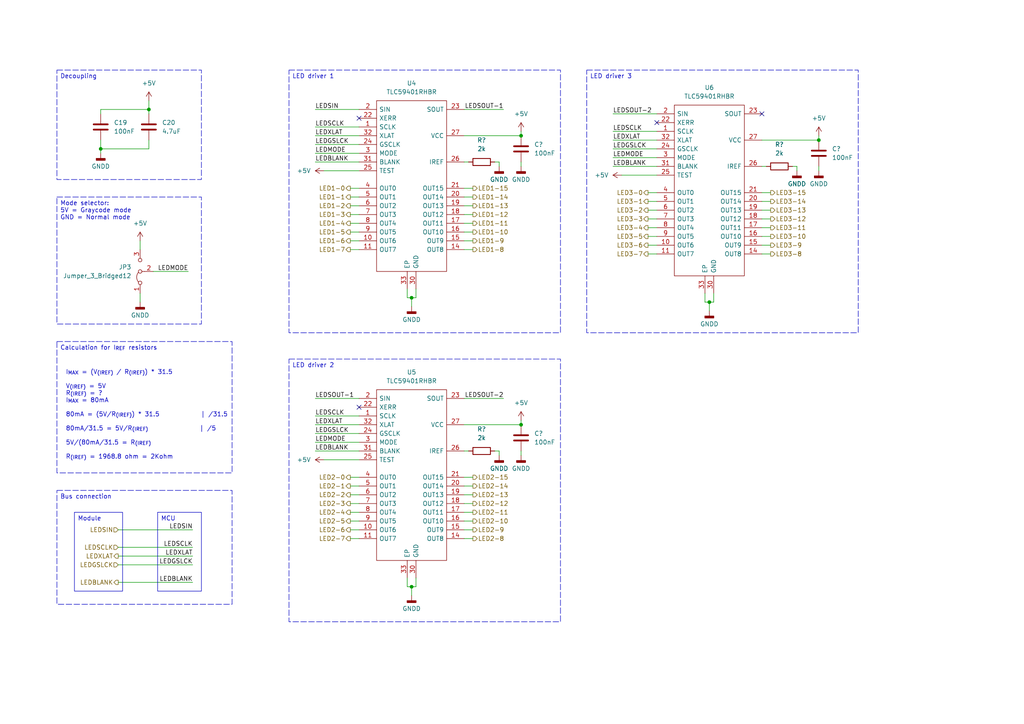
<source format=kicad_sch>
(kicad_sch (version 20230121) (generator eeschema)
  (paper "A4")
  (title_block (title "Led driver board BabySim") (date "06-09-2023") (rev "V1.0") (company "Health Concept Lab") (comment 1 "Author(s): Emiel Visser & Joris Bol"))
  (lib_symbols
    (symbol "Device:C" (pin_numbers hide) (pin_names (offset 0.254))
      (property "Reference" "C" (at 0.635 2.54 0))
      (property "Value" "C" (at 0.635 -2.54 0))
      (symbol "C_0_1"
        (polyline (pts (xy -2.032 -0.762) (xy 2.032 -0.762)) (stroke (width 0.508)))
        (polyline (pts (xy -2.032 0.762) (xy 2.032 0.762)) (stroke (width 0.508)))
      )
      (symbol "C_1_1"
        (pin passive line (at 0 3.81 270) (length 2.794) (name "~") (number "1"))
        (pin passive line (at 0 -3.81 90) (length 2.794) (name "~") (number "2"))
      )
    )
    (symbol "Device:R" (pin_numbers hide) (pin_names (offset 0))
      (property "Reference" "R" (at 2.032 0 90))
      (property "Value" "R" (at 0 0 90))
      (symbol "R_0_1"
        (rectangle (start -1.016 -2.54) (end 1.016 2.54) (stroke (width 0.254)))
      )
      (symbol "R_1_1"
        (pin passive line (at 0 3.81 270) (length 1.27) (name "~") (number "1"))
        (pin passive line (at 0 -3.81 90) (length 1.27) (name "~") (number "2"))
      )
    )
    (symbol "Jumper:Jumper_3_Bridged12" (pin_names (offset 0) hide)
      (property "Reference" "JP" (at -2.54 -2.54 0))
      (property "Value" "Jumper_3_Bridged12" (at 0 2.794 0))
      (symbol "Jumper_3_Bridged12_0_0"
        (circle (center -3.302 0) (radius 0.508))
        (circle (center 0 0) (radius 0.508))
        (circle (center 3.302 0) (radius 0.508))
      )
      (symbol "Jumper_3_Bridged12_0_1"
        (arc (start -0.254 0.508) (mid -1.651 0.9912) (end -3.048 0.508))
        (polyline (pts (xy 0 -1.27) (xy 0 -0.508)))
      )
      (symbol "Jumper_3_Bridged12_1_1"
        (pin passive line (at -6.35 0 0) (length 2.54) (name "A") (number "1"))
        (pin passive line (at 0 -3.81 90) (length 2.54) (name "C") (number "2"))
        (pin passive line (at 6.35 0 180) (length 2.54) (name "B") (number "3"))
      )
    )
    (symbol "SamacSys_Parts:TLC59401RHBR" (pin_names (offset 0.762))
      (property "Reference" "U5" (at 15.24 17.78 0))
      (property "Value" "TLC59401RHBR" (at 15.24 15.24 0))
      (symbol "TLC59401RHBR_0_0"
        (pin passive line (at 0 5.08 0) (length 5.08) (name "SCLK") (number "1"))
        (pin passive line (at 0 -27.94 0) (length 5.08) (name "OUT6") (number "10"))
        (pin passive line (at 0 -30.48 0) (length 5.08) (name "OUT7") (number "11"))
        (pin passive line (at 30.48 -30.48 180) (length 5.08) (name "OUT8") (number "14"))
        (pin passive line (at 30.48 -27.94 180) (length 5.08) (name "OUT9") (number "15"))
        (pin passive line (at 30.48 -25.4 180) (length 5.08) (name "OUT10") (number "16"))
        (pin passive line (at 30.48 -22.86 180) (length 5.08) (name "OUT11") (number "17"))
        (pin passive line (at 30.48 -20.32 180) (length 5.08) (name "OUT12") (number "18"))
        (pin passive line (at 30.48 -17.78 180) (length 5.08) (name "OUT13") (number "19"))
        (pin passive line (at 0 10.16 0) (length 5.08) (name "SIN") (number "2"))
        (pin passive line (at 30.48 -15.24 180) (length 5.08) (name "OUT14") (number "20"))
        (pin passive line (at 30.48 -12.7 180) (length 5.08) (name "OUT15") (number "21"))
        (pin passive line (at 0 7.62 0) (length 5.08) (name "XERR") (number "22"))
        (pin passive line (at 30.48 10.16 180) (length 5.08) (name "SOUT") (number "23"))
        (pin passive line (at 0 0 0) (length 5.08) (name "GSCLK") (number "24"))
        (pin passive line (at 0 -7.62 0) (length 5.08) (name "TEST") (number "25"))
        (pin passive line (at 30.48 -5.08 180) (length 5.08) (name "IREF") (number "26"))
        (pin passive line (at 30.48 2.54 180) (length 5.08) (name "VCC") (number "27"))
        (pin passive line (at 0 -2.54 0) (length 5.08) (name "MODE") (number "3"))
        (pin passive line (at 16.51 -41.91 90) (length 5.08) (name "GND") (number "30"))
        (pin passive line (at 0 -5.08 0) (length 5.08) (name "BLANK") (number "31"))
        (pin passive line (at 0 2.54 0) (length 5.08) (name "XLAT") (number "32"))
        (pin passive line (at 13.97 -41.91 90) (length 5.08) (name "EP") (number "33"))
        (pin passive line (at 0 -12.7 0) (length 5.08) (name "OUT0") (number "4"))
        (pin passive line (at 0 -15.24 0) (length 5.08) (name "OUT1") (number "5"))
        (pin passive line (at 0 -17.78 0) (length 5.08) (name "OUT2") (number "6"))
        (pin passive line (at 0 -20.32 0) (length 5.08) (name "OUT3") (number "7"))
        (pin passive line (at 0 -22.86 0) (length 5.08) (name "OUT4") (number "8"))
        (pin passive line (at 0 -25.4 0) (length 5.08) (name "OUT5") (number "9"))
      )
      (symbol "TLC59401RHBR_0_1"
        (polyline (pts (xy 5.08 12.7) (xy 25.4 12.7) (xy 25.4 -36.83) (xy 5.08 -36.83) (xy 5.08 12.7)) (stroke (width 0.1524)))
      )
      (symbol "TLC59401RHBR_1_0"
        (pin passive line (at 53.34 -22.86 0) (length 5.08) hide (name "NC_1") (number "12"))
        (pin passive line (at 53.34 -20.32 0) (length 5.08) hide (name "NC_2") (number "13"))
        (pin passive line (at 53.34 -17.78 0) (length 5.08) hide (name "NC_3") (number "28"))
        (pin passive line (at 53.34 -15.24 0) (length 5.08) hide (name "NC_4") (number "29"))
      )
    )
    (symbol "power:+5V" (power) (pin_names (offset 0))
      (property "Value" "+5V" (at 0 3.556 0))
      (symbol "+5V_0_1"
        (polyline (pts (xy -0.762 1.27) (xy 0 2.54)))
        (polyline (pts (xy 0 0) (xy 0 2.54)))
        (polyline (pts (xy 0 2.54) (xy 0.762 1.27)))
      )
      (symbol "+5V_1_1"
        (pin power_in line (at 0 0 90) (length 0) hide (name "+5V") (number "1"))
      )
    )
    (symbol "power:GNDD" (power) (pin_names (offset 0))
      (property "Value" "GNDD" (at 0 -3.175 0))
      (symbol "GNDD_0_1"
        (rectangle (start -1.27 -1.524) (end 1.27 -2.032) (stroke (width 0.254)) (fill (type outline)))
        (polyline (pts (xy 0 0) (xy 0 -1.524)))
      )
      (symbol "GNDD_1_1"
        (pin power_in line (at 0 0 270) (length 0) hide (name "GNDD") (number "1"))
      )
    )
  )
  (junction (at 205.74 87.63))
  (junction (at 151.13 123.19))
  (junction (at 151.13 39.37))
  (junction (at 29.21 43.18))
  (junction (at 119.38 86.36))
  (junction (at 119.38 170.18))
  (junction (at 43.18 31.75))
  (junction (at 237.49 40.64))
  (no_connect (at 104.14 118.11))
  (no_connect (at 220.98 33.02))
  (no_connect (at 104.14 34.29))
  (no_connect (at 190.5 35.56))
  (wire (pts (xy 134.62 39.37) (xy 151.13 39.37)))
  (wire (pts (xy 134.62 54.61) (xy 137.16 54.61)))
  (wire (pts (xy 177.8 38.1) (xy 190.5 38.1)))
  (wire (pts (xy 134.62 148.59) (xy 137.16 148.59)))
  (wire (pts (xy 134.62 72.39) (xy 137.16 72.39)))
  (wire (pts (xy 101.6 62.23) (xy 104.14 62.23)))
  (wire (pts (xy 177.8 33.02) (xy 190.5 33.02)))
  (wire (pts (xy 187.96 60.96) (xy 190.5 60.96)))
  (wire (pts (xy 101.6 148.59) (xy 104.14 148.59)))
  (wire (pts (xy 134.62 130.81) (xy 135.89 130.81)))
  (wire (pts (xy 101.6 151.13) (xy 104.14 151.13)))
  (wire (pts (xy 93.98 133.35) (xy 104.14 133.35)))
  (wire (pts (xy 44.45 78.74) (xy 54.61 78.74)))
  (wire (pts (xy 134.62 153.67) (xy 137.16 153.67)))
  (wire (pts (xy 34.29 158.75) (xy 55.88 158.75)))
  (wire (pts (xy 180.34 50.8) (xy 190.5 50.8)))
  (wire (pts (xy 134.62 151.13) (xy 137.16 151.13)))
  (wire (pts (xy 187.96 55.88) (xy 190.5 55.88)))
  (wire (pts (xy 101.6 69.85) (xy 104.14 69.85)))
  (wire (pts (xy 220.98 66.04) (xy 223.52 66.04)))
  (wire (pts (xy 134.62 67.31) (xy 137.16 67.31)))
  (wire (pts (xy 34.29 168.91) (xy 55.88 168.91)))
  (wire (pts (xy 119.38 170.18) (xy 118.11 170.18)))
  (wire (pts (xy 91.44 123.19) (xy 104.14 123.19)))
  (wire (pts (xy 177.8 40.64) (xy 190.5 40.64)))
  (wire (pts (xy 43.18 40.64) (xy 43.18 43.18)))
  (wire (pts (xy 40.64 69.85) (xy 40.64 72.39)))
  (wire (pts (xy 220.98 60.96) (xy 223.52 60.96)))
  (wire (pts (xy 118.11 170.18) (xy 118.11 167.64)))
  (wire (pts (xy 187.96 58.42) (xy 190.5 58.42)))
  (wire (pts (xy 134.62 31.75) (xy 146.05 31.75)))
  (wire (pts (xy 220.98 48.26) (xy 222.25 48.26)))
  (wire (pts (xy 205.74 90.17) (xy 205.74 87.63)))
  (wire (pts (xy 29.21 40.64) (xy 29.21 43.18)))
  (wire (pts (xy 91.44 39.37) (xy 104.14 39.37)))
  (wire (pts (xy 119.38 88.9) (xy 119.38 86.36)))
  (wire (pts (xy 134.62 123.19) (xy 151.13 123.19)))
  (wire (pts (xy 207.01 85.09) (xy 207.01 87.63)))
  (wire (pts (xy 119.38 172.72) (xy 119.38 170.18)))
  (wire (pts (xy 101.6 57.15) (xy 104.14 57.15)))
  (wire (pts (xy 220.98 40.64) (xy 237.49 40.64)))
  (wire (pts (xy 220.98 63.5) (xy 223.52 63.5)))
  (wire (pts (xy 91.44 115.57) (xy 104.14 115.57)))
  (wire (pts (xy 91.44 44.45) (xy 104.14 44.45)))
  (wire (pts (xy 134.62 59.69) (xy 137.16 59.69)))
  (wire (pts (xy 237.49 48.26) (xy 237.49 49.53)))
  (wire (pts (xy 187.96 63.5) (xy 190.5 63.5)))
  (wire (pts (xy 220.98 68.58) (xy 223.52 68.58)))
  (wire (pts (xy 91.44 41.91) (xy 104.14 41.91)))
  (wire (pts (xy 43.18 43.18) (xy 29.21 43.18)))
  (wire (pts (xy 205.74 87.63) (xy 204.47 87.63)))
  (wire (pts (xy 151.13 130.81) (xy 151.13 132.08)))
  (wire (pts (xy 120.65 170.18) (xy 119.38 170.18)))
  (wire (pts (xy 120.65 83.82) (xy 120.65 86.36)))
  (wire (pts (xy 134.62 138.43) (xy 137.16 138.43)))
  (wire (pts (xy 101.6 59.69) (xy 104.14 59.69)))
  (wire (pts (xy 151.13 121.92) (xy 151.13 123.19)))
  (wire (pts (xy 91.44 36.83) (xy 104.14 36.83)))
  (wire (pts (xy 120.65 86.36) (xy 119.38 86.36)))
  (wire (pts (xy 177.8 48.26) (xy 190.5 48.26)))
  (wire (pts (xy 204.47 87.63) (xy 204.47 85.09)))
  (wire (pts (xy 101.6 64.77) (xy 104.14 64.77)))
  (wire (pts (xy 237.49 39.37) (xy 237.49 40.64)))
  (wire (pts (xy 91.44 31.75) (xy 104.14 31.75)))
  (wire (pts (xy 43.18 31.75) (xy 43.18 33.02)))
  (wire (pts (xy 101.6 54.61) (xy 104.14 54.61)))
  (wire (pts (xy 177.8 43.18) (xy 190.5 43.18)))
  (wire (pts (xy 134.62 57.15) (xy 137.16 57.15)))
  (wire (pts (xy 93.98 49.53) (xy 104.14 49.53)))
  (wire (pts (xy 101.6 156.21) (xy 104.14 156.21)))
  (wire (pts (xy 120.65 167.64) (xy 120.65 170.18)))
  (wire (pts (xy 101.6 140.97) (xy 104.14 140.97)))
  (wire (pts (xy 220.98 58.42) (xy 223.52 58.42)))
  (wire (pts (xy 220.98 55.88) (xy 223.52 55.88)))
  (wire (pts (xy 43.18 29.21) (xy 43.18 31.75)))
  (wire (pts (xy 134.62 115.57) (xy 146.05 115.57)))
  (wire (pts (xy 101.6 146.05) (xy 104.14 146.05)))
  (wire (pts (xy 91.44 125.73) (xy 104.14 125.73)))
  (wire (pts (xy 231.14 48.26) (xy 231.14 49.53)))
  (wire (pts (xy 34.29 163.83) (xy 55.88 163.83)))
  (wire (pts (xy 29.21 33.02) (xy 29.21 31.75)))
  (wire (pts (xy 134.62 156.21) (xy 137.16 156.21)))
  (wire (pts (xy 134.62 64.77) (xy 137.16 64.77)))
  (wire (pts (xy 151.13 38.1) (xy 151.13 39.37)))
  (wire (pts (xy 29.21 43.18) (xy 29.21 44.45)))
  (wire (pts (xy 91.44 120.65) (xy 104.14 120.65)))
  (wire (pts (xy 40.64 85.09) (xy 40.64 87.63)))
  (wire (pts (xy 29.21 31.75) (xy 43.18 31.75)))
  (wire (pts (xy 187.96 73.66) (xy 190.5 73.66)))
  (wire (pts (xy 91.44 130.81) (xy 104.14 130.81)))
  (wire (pts (xy 34.29 153.67) (xy 55.88 153.67)))
  (wire (pts (xy 101.6 153.67) (xy 104.14 153.67)))
  (wire (pts (xy 187.96 68.58) (xy 190.5 68.58)))
  (wire (pts (xy 220.98 73.66) (xy 223.52 73.66)))
  (wire (pts (xy 220.98 71.12) (xy 223.52 71.12)))
  (wire (pts (xy 101.6 138.43) (xy 104.14 138.43)))
  (wire (pts (xy 118.11 86.36) (xy 118.11 83.82)))
  (wire (pts (xy 91.44 128.27) (xy 104.14 128.27)))
  (wire (pts (xy 187.96 71.12) (xy 190.5 71.12)))
  (wire (pts (xy 144.78 46.99) (xy 143.51 46.99)))
  (wire (pts (xy 91.44 46.99) (xy 104.14 46.99)))
  (wire (pts (xy 187.96 66.04) (xy 190.5 66.04)))
  (wire (pts (xy 231.14 48.26) (xy 229.87 48.26)))
  (wire (pts (xy 207.01 87.63) (xy 205.74 87.63)))
  (wire (pts (xy 134.62 62.23) (xy 137.16 62.23)))
  (wire (pts (xy 134.62 69.85) (xy 137.16 69.85)))
  (wire (pts (xy 144.78 46.99) (xy 144.78 48.26)))
  (wire (pts (xy 151.13 46.99) (xy 151.13 48.26)))
  (wire (pts (xy 134.62 143.51) (xy 137.16 143.51)))
  (wire (pts (xy 101.6 72.39) (xy 104.14 72.39)))
  (wire (pts (xy 144.78 130.81) (xy 143.51 130.81)))
  (wire (pts (xy 34.29 161.29) (xy 55.88 161.29)))
  (wire (pts (xy 134.62 140.97) (xy 137.16 140.97)))
  (wire (pts (xy 101.6 143.51) (xy 104.14 143.51)))
  (wire (pts (xy 134.62 46.99) (xy 135.89 46.99)))
  (wire (pts (xy 177.8 45.72) (xy 190.5 45.72)))
  (wire (pts (xy 119.38 86.36) (xy 118.11 86.36)))
  (wire (pts (xy 101.6 67.31) (xy 104.14 67.31)))
  (wire (pts (xy 134.62 146.05) (xy 137.16 146.05)))
  (wire (pts (xy 144.78 130.81) (xy 144.78 132.08)))
  (text_box "Bus connection" (at 16.51 142.24 0) (size 50.8 33.02) (stroke (width 0) (type dash)) (effects (font (size 1.27 1.27)) (justify left top)))
  (text_box "Calculation for I_{REF} resistors" (at 16.51 99.06 0) (size 50.8 38.1) (stroke (width 0) (type dash)) (effects (font (size 1.27 1.27)) (justify left top)))
  (text_box "Module" (at 21.59 148.59 0) (size 13.97 22.86) (effects (font (size 1.27 1.27)) (justify left top)))
  (text_box "LED driver 3" (at 170.18 20.32 0) (size 78.74 76.2) (stroke (width 0) (type dash)) (effects (font (size 1.27 1.27)) (justify left top)))
  (text_box "LED driver 2" (at 83.82 104.14 0) (size 78.74 76.2) (stroke (width 0) (type dash)) (effects (font (size 1.27 1.27)) (justify left top)))
  (text_box "MCU" (at 45.72 148.59 0) (size 12.7 22.86) (effects (font (size 1.27 1.27)) (justify left top)))
  (text_box "Decoupling" (at 16.51 20.32 0) (size 41.91 31.75) (stroke (width 0) (type dash)) (effects (font (size 1.27 1.27)) (justify left top)))
  (text_box "LED driver 1" (at 83.82 20.32 0) (size 78.74 76.2) (stroke (width 0) (type dash)) (effects (font (size 1.27 1.27)) (justify left top)))
  (text_box "Mode selector: \n5V = Graycode mode\nGND = Normal mode" (at 16.51 57.15 0) (size 41.91 36.83) (stroke (width 0) (type dash)) (effects (font (size 1.27 1.27)) (justify left top)))
  (text "I_{MAX} = (V_{(IREF)} / R_{(IREF)}) * 31.5\n\nV_{(IREF)} = 5V\nR_{(IREF)} = ?\nI_{MAX} = 80mA\n\n80mA = (5V/R_{(IREF)}) * 31.5	 	| /31.5\n\n80mA/31.5 = 5V/R_{(IREF)}		  	| /5\n\n5V/(80mA/31.5 = R_{(IREF)}\n\nR_{(IREF)} = 1968.8 ohm = 2Kohm" (at 19.05 133.35 0) (effects (font (size 1.27 1.27)) (justify left bottom)))
  (label "LEDSIN" (at 55.88 153.67 180))
  (label "LEDSOUT-2" (at 177.8 33.02 0))
  (label "LEDXLAT" (at 91.44 123.19 0))
  (label "LEDSOUT-1" (at 146.05 31.75 180))
  (label "LEDBLANK" (at 177.8 48.26 0))
  (label "LEDSOUT-1" (at 91.44 115.57 0))
  (label "LEDSIN" (at 91.44 31.75 0))
  (label "LEDSOUT-2" (at 146.05 115.57 180))
  (label "LEDXLAT" (at 91.44 39.37 0))
  (label "LEDBLANK" (at 91.44 46.99 0))
  (label "LEDMODE" (at 177.8 45.72 0))
  (label "LEDBLANK" (at 91.44 130.81 0))
  (label "LEDGSLCK" (at 91.44 125.73 0))
  (label "LEDGSLCK" (at 55.88 163.83 180))
  (label "LEDBLANK" (at 55.88 168.91 180))
  (label "LEDMODE" (at 91.44 128.27 0))
  (label "LEDSCLK" (at 55.88 158.75 180))
  (label "LEDSCLK" (at 177.8 38.1 0))
  (label "LEDGSLCK" (at 177.8 43.18 0))
  (label "LEDSCLK" (at 91.44 120.65 0))
  (label "LEDXLAT" (at 177.8 40.64 0))
  (label "LEDGSLCK" (at 91.44 41.91 0))
  (label "LEDSCLK" (at 91.44 36.83 0))
  (label "LEDMODE" (at 91.44 44.45 0))
  (label "LEDXLAT" (at 55.88 161.29 180))
  (label "LEDMODE" (at 54.61 78.74 180))
  (hierarchical_label "LED2-9" (shape output) (at 137.16 153.67 0))
  (hierarchical_label "LEDBLANK" (shape output) (at 34.29 168.91 180))
  (hierarchical_label "LED1-13" (shape output) (at 137.16 59.69 0))
  (hierarchical_label "LED2-2" (shape output) (at 101.6 143.51 180))
  (hierarchical_label "LED2-0" (shape output) (at 101.6 138.43 180))
  (hierarchical_label "LED1-2" (shape output) (at 101.6 59.69 180))
  (hierarchical_label "LED3-1" (shape output) (at 187.96 58.42 180))
  (hierarchical_label "LED3-13" (shape output) (at 223.52 60.96 0))
  (hierarchical_label "LED3-7" (shape output) (at 187.96 73.66 180))
  (hierarchical_label "LED3-0" (shape output) (at 187.96 55.88 180))
  (hierarchical_label "LED1-10" (shape output) (at 137.16 67.31 0))
  (hierarchical_label "LED1-9" (shape output) (at 137.16 69.85 0))
  (hierarchical_label "LEDSIN" (shape input) (at 34.29 153.67 180))
  (hierarchical_label "LED3-8" (shape output) (at 223.52 73.66 0))
  (hierarchical_label "LED1-1" (shape output) (at 101.6 57.15 180))
  (hierarchical_label "LED2-12" (shape output) (at 137.16 146.05 0))
  (hierarchical_label "LED1-5" (shape output) (at 101.6 67.31 180))
  (hierarchical_label "LED1-4" (shape output) (at 101.6 64.77 180))
  (hierarchical_label "LED1-15" (shape output) (at 137.16 54.61 0))
  (hierarchical_label "LED2-1" (shape output) (at 101.6 140.97 180))
  (hierarchical_label "LED1-7" (shape output) (at 101.6 72.39 180))
  (hierarchical_label "LEDXLAT" (shape output) (at 34.29 161.29 180))
  (hierarchical_label "LED1-12" (shape output) (at 137.16 62.23 0))
  (hierarchical_label "LED3-3" (shape output) (at 187.96 63.5 180))
  (hierarchical_label "LED2-5" (shape output) (at 101.6 151.13 180))
  (hierarchical_label "LED2-3" (shape output) (at 101.6 146.05 180))
  (hierarchical_label "LED1-3" (shape output) (at 101.6 62.23 180))
  (hierarchical_label "LED1-8" (shape output) (at 137.16 72.39 0))
  (hierarchical_label "LED3-15" (shape output) (at 223.52 55.88 0))
  (hierarchical_label "LED2-4" (shape output) (at 101.6 148.59 180))
  (hierarchical_label "LED2-7" (shape output) (at 101.6 156.21 180))
  (hierarchical_label "LED3-5" (shape output) (at 187.96 68.58 180))
  (hierarchical_label "LED2-13" (shape output) (at 137.16 143.51 0))
  (hierarchical_label "LED1-0" (shape output) (at 101.6 54.61 180))
  (hierarchical_label "LED2-8" (shape output) (at 137.16 156.21 0))
  (hierarchical_label "LED1-14" (shape output) (at 137.16 57.15 0))
  (hierarchical_label "LED2-14" (shape output) (at 137.16 140.97 0))
  (hierarchical_label "LED3-6" (shape output) (at 187.96 71.12 180))
  (hierarchical_label "LED3-10" (shape output) (at 223.52 68.58 0))
  (hierarchical_label "LED3-14" (shape output) (at 223.52 58.42 0))
  (hierarchical_label "LED3-11" (shape output) (at 223.52 66.04 0))
  (hierarchical_label "LED2-10" (shape output) (at 137.16 151.13 0))
  (hierarchical_label "LED3-2" (shape output) (at 187.96 60.96 180))
  (hierarchical_label "LEDSCLK" (shape input) (at 34.29 158.75 180))
  (hierarchical_label "LED1-6" (shape output) (at 101.6 69.85 180))
  (hierarchical_label "LED3-12" (shape output) (at 223.52 63.5 0))
  (hierarchical_label "LED1-11" (shape output) (at 137.16 64.77 0))
  (hierarchical_label "LED3-4" (shape output) (at 187.96 66.04 180))
  (hierarchical_label "LED2-15" (shape output) (at 137.16 138.43 0))
  (hierarchical_label "LED3-9" (shape output) (at 223.52 71.12 0))
  (hierarchical_label "LED2-11" (shape output) (at 137.16 148.59 0))
  (hierarchical_label "LEDGSLCK" (shape input) (at 34.29 163.83 180))
  (hierarchical_label "LED2-6" (shape output) (at 101.6 153.67 180))
  (symbol (lib_id "Device:C") (at 43.18 36.83 0) (unit 1)
    (property "Reference" "C20" (at 46.99 35.56 0) (effects (justify left)))
    (property "Value" "4.7uF" (at 46.99 38.1 0) (effects (justify left)))
    (property "Footprint" "Capacitor_SMD:C_0603_1608Metric_Pad1.08x0.95mm_HandSolder" (effects hide))
  )
  (symbol (lib_id "Device:C") (at 151.13 127 0) (unit 1)
    (property "Reference" "C?" (at 154.94 125.73 0) (effects (justify left)))
    (property "Value" "100nF" (at 154.94 128.27 0) (effects (justify left)))
    (property "Footprint" "Capacitor_SMD:C_0603_1608Metric_Pad1.08x0.95mm_HandSolder" (effects hide))
    (instances (project "LedDriverBoard_V1.0" (path "" (reference "C?") (unit 1)) (path "" (reference "C?") (unit 1)) (path "" (reference "C22") (unit 1))))
  )
  (symbol (lib_id "Device:C") (at 237.49 44.45 0) (unit 1)
    (property "Reference" "C?" (at 241.3 43.18 0) (effects (justify left)))
    (property "Value" "100nF" (at 241.3 45.72 0) (effects (justify left)))
    (property "Footprint" "Capacitor_SMD:C_0603_1608Metric_Pad1.08x0.95mm_HandSolder" (effects hide))
    (instances (project "LedDriverBoard_V1.0" (path "" (reference "C?") (unit 1)) (path "" (reference "C?") (unit 1)) (path "" (reference "C23") (unit 1))))
  )
  (symbol (lib_id "Device:R") (at 226.06 48.26 90) (unit 1)
    (property "Reference" "R?" (at 226.06 41.91 90))
    (property "Value" "2k" (at 226.06 44.45 90))
    (property "Footprint" "Resistor_SMD:R_0603_1608Metric_Pad0.98x0.95mm_HandSolder" (effects hide))
    (instances (project "LedDriverBoard_V1.0" (path "" (reference "R?") (unit 1)) (path "" (reference "R18") (unit 1))))
  )
  (symbol (lib_id "power:GNDD") (at 119.38 88.9 0) (unit 1)
    (property "Reference" "#PWR?" (effects hide))
    (property "Value" "GNDD" (at 119.38 92.71 0))
    (instances (project "LedDriverBoard_V1.0" (path "" (reference "#PWR?") (unit 1)) (path "" (reference "#PWR065") (unit 1))))
  )
  (symbol (lib_id "power:GNDD") (at 29.21 44.45 0) (unit 1)
    (property "Reference" "#PWR?" (effects hide))
    (property "Value" "GNDD" (at 29.21 48.26 0))
    (instances (project "LedDriverBoard_V1.0" (path "" (reference "#PWR?") (unit 1)) (path "" (reference "#PWR059") (unit 1))))
  )
  (symbol (lib_id "SamacSys_Parts:TLC59401RHBR") (at 104.14 41.91 0) (unit 1)
    (property "Reference" "U4" (at 119.38 24.13 0))
    (property "Value" "TLC59401RHBR" (at 119.38 26.67 0))
    (property "Footprint" "QFN50P500X500X100-33N-D" (effects hide))
    (property "Datasheet" "http://www.ti.com/lit/gpn/tlc59401" (effects hide))
    (property "Description" "16-Channel LED Driver with Dot Correction and Grayscale PWM Control" (effects hide))
    (property "Height" "1" (effects hide))
    (property "Manufacturer_Name" "Texas Instruments" (effects hide))
    (property "Manufacturer_Part_Number" "TLC59401RHBR" (effects hide))
    (property "Mouser Part Number" "595-TLC59401RHBR" (effects hide))
    (property "Mouser Price/Stock" "https://www.mouser.co.uk/ProductDetail/Texas-Instruments/TLC59401RHBR?qs=%2Fqzd9s%252BcLd5jLWxG9iB8xw%3D%3D" (effects hide))
    (property "Arrow Part Number" "TLC59401RHBR" (effects hide))
    (property "Arrow Price/Stock" "https://www.arrow.com/en/products/tlc59401rhbr/texas-instruments?region=nac" (effects hide))
  )
  (symbol (lib_id "Device:C") (at 151.13 43.18 0) (unit 1)
    (property "Reference" "C?" (at 154.94 41.91 0) (effects (justify left)))
    (property "Value" "100nF" (at 154.94 44.45 0) (effects (justify left)))
    (property "Footprint" "Capacitor_SMD:C_0603_1608Metric_Pad1.08x0.95mm_HandSolder" (effects hide))
    (instances (project "LedDriverBoard_V1.0" (path "" (reference "C?") (unit 1)) (path "" (reference "C?") (unit 1)) (path "" (reference "C21") (unit 1))))
  )
  (symbol (lib_id "power:GNDD") (at 205.74 90.17 0) (unit 1)
    (property "Reference" "#PWR?" (effects hide))
    (property "Value" "GNDD" (at 205.74 93.98 0))
    (instances (project "LedDriverBoard_V1.0" (path "" (reference "#PWR?") (unit 1)) (path "" (reference "#PWR074") (unit 1))))
  )
  (symbol (lib_id "SamacSys_Parts:TLC59401RHBR") (at 104.14 125.73 0) (unit 1)
    (property "Reference" "U5" (at 119.38 107.95 0))
    (property "Value" "TLC59401RHBR" (at 119.38 110.49 0))
    (property "Footprint" "QFN50P500X500X100-33N-D" (effects hide))
    (property "Datasheet" "http://www.ti.com/lit/gpn/tlc59401" (effects hide))
    (property "Description" "16-Channel LED Driver with Dot Correction and Grayscale PWM Control" (effects hide))
    (property "Height" "1" (effects hide))
    (property "Manufacturer_Name" "Texas Instruments" (effects hide))
    (property "Manufacturer_Part_Number" "TLC59401RHBR" (effects hide))
    (property "Mouser Part Number" "595-TLC59401RHBR" (effects hide))
    (property "Mouser Price/Stock" "https://www.mouser.co.uk/ProductDetail/Texas-Instruments/TLC59401RHBR?qs=%2Fqzd9s%252BcLd5jLWxG9iB8xw%3D%3D" (effects hide))
    (property "Arrow Part Number" "TLC59401RHBR" (effects hide))
    (property "Arrow Price/Stock" "https://www.arrow.com/en/products/tlc59401rhbr/texas-instruments?region=nac" (effects hide))
  )
  (symbol (lib_id "power:GNDD") (at 151.13 48.26 0) (unit 1)
    (property "Reference" "#PWR?" (effects hide))
    (property "Value" "GNDD" (at 151.13 52.07 0))
    (instances (project "LedDriverBoard_V1.0" (path "" (reference "#PWR?") (unit 1)) (path "" (reference "#PWR070") (unit 1))))
  )
  (symbol (lib_id "power:+5V") (at 43.18 29.21 0) (unit 1)
    (property "Reference" "#PWR062" (effects hide))
    (property "Value" "+5V" (at 43.18 24.13 0))
  )
  (symbol (lib_id "Jumper:Jumper_3_Bridged12") (at 40.64 78.74 90) (unit 1)
    (property "Reference" "JP3" (at 38.1 77.47 90) (effects (justify left)))
    (property "Value" "Jumper_3_Bridged12" (at 38.1 80.01 90) (effects (justify left)))
    (property "Footprint" "Jumper:SolderJumper-3_P1.3mm_Bridged2Bar12_RoundedPad1.0x1.5mm" (effects hide))
  )
  (symbol (lib_id "Device:R") (at 139.7 46.99 90) (unit 1)
    (property "Reference" "R?" (at 139.7 40.64 90))
    (property "Value" "2k" (at 139.7 43.18 90))
    (property "Footprint" "Resistor_SMD:R_0603_1608Metric_Pad0.98x0.95mm_HandSolder" (effects hide))
    (instances (project "LedDriverBoard_V1.0" (path "" (reference "R?") (unit 1)) (path "" (reference "R16") (unit 1))))
  )
  (symbol (lib_id "Device:R") (at 139.7 130.81 90) (unit 1)
    (property "Reference" "R?" (at 139.7 124.46 90))
    (property "Value" "2k" (at 139.7 127 90))
    (property "Footprint" "Resistor_SMD:R_0603_1608Metric_Pad0.98x0.95mm_HandSolder" (effects hide))
    (instances (project "LedDriverBoard_V1.0" (path "" (reference "R?") (unit 1)) (path "" (reference "R17") (unit 1))))
  )
  (symbol (lib_id "power:GNDD") (at 119.38 172.72 0) (unit 1)
    (property "Reference" "#PWR?" (effects hide))
    (property "Value" "GNDD" (at 119.38 176.53 0))
    (instances (project "LedDriverBoard_V1.0" (path "" (reference "#PWR?") (unit 1)) (path "" (reference "#PWR066") (unit 1))))
  )
  (symbol (lib_id "power:GNDD") (at 144.78 132.08 0) (unit 1)
    (property "Reference" "#PWR?" (effects hide))
    (property "Value" "GNDD" (at 144.78 135.89 0))
    (instances (project "LedDriverBoard_V1.0" (path "" (reference "#PWR?") (unit 1)) (path "" (reference "#PWR068") (unit 1))))
  )
  (symbol (lib_id "power:GNDD") (at 231.14 49.53 0) (unit 1)
    (property "Reference" "#PWR?" (effects hide))
    (property "Value" "GNDD" (at 231.14 53.34 0))
    (instances (project "LedDriverBoard_V1.0" (path "" (reference "#PWR?") (unit 1)) (path "" (reference "#PWR075") (unit 1))))
  )
  (symbol (lib_id "power:+5V") (at 93.98 49.53 90) (unit 1)
    (property "Reference" "#PWR063" (effects hide))
    (property "Value" "+5V" (at 90.17 49.53 90) (effects (justify left)))
  )
  (symbol (lib_id "power:GNDD") (at 144.78 48.26 0) (unit 1)
    (property "Reference" "#PWR?" (effects hide))
    (property "Value" "GNDD" (at 144.78 52.07 0))
    (instances (project "LedDriverBoard_V1.0" (path "" (reference "#PWR?") (unit 1)) (path "" (reference "#PWR067") (unit 1))))
  )
  (symbol (lib_id "power:+5V") (at 237.49 39.37 0) (unit 1)
    (property "Reference" "#PWR076" (effects hide))
    (property "Value" "+5V" (at 237.49 34.29 0))
  )
  (symbol (lib_id "power:+5V") (at 151.13 121.92 0) (unit 1)
    (property "Reference" "#PWR071" (effects hide))
    (property "Value" "+5V" (at 151.13 116.84 0))
  )
  (symbol (lib_id "power:GNDD") (at 151.13 132.08 0) (unit 1)
    (property "Reference" "#PWR?" (effects hide))
    (property "Value" "GNDD" (at 151.13 135.89 0))
    (instances (project "LedDriverBoard_V1.0" (path "" (reference "#PWR?") (unit 1)) (path "" (reference "#PWR072") (unit 1))))
  )
  (symbol (lib_id "power:GNDD") (at 237.49 49.53 0) (unit 1)
    (property "Reference" "#PWR?" (effects hide))
    (property "Value" "GNDD" (at 237.49 53.34 0))
    (instances (project "LedDriverBoard_V1.0" (path "" (reference "#PWR?") (unit 1)) (path "" (reference "#PWR077") (unit 1))))
  )
  (symbol (lib_id "Device:C") (at 29.21 36.83 0) (unit 1)
    (property "Reference" "C19" (at 33.02 35.56 0) (effects (justify left)))
    (property "Value" "100nF" (at 33.02 38.1 0) (effects (justify left)))
    (property "Footprint" "Capacitor_SMD:C_0603_1608Metric_Pad1.08x0.95mm_HandSolder" (effects hide))
  )
  (symbol (lib_id "power:+5V") (at 93.98 133.35 90) (unit 1)
    (property "Reference" "#PWR064" (effects hide))
    (property "Value" "+5V" (at 90.17 133.35 90) (effects (justify left)))
  )
  (symbol (lib_id "power:+5V") (at 40.64 69.85 0) (unit 1)
    (property "Reference" "#PWR060" (effects hide))
    (property "Value" "+5V" (at 40.64 64.77 0))
  )
  (symbol (lib_id "power:+5V") (at 180.34 50.8 90) (unit 1)
    (property "Reference" "#PWR073" (effects hide))
    (property "Value" "+5V" (at 176.53 50.8 90) (effects (justify left)))
  )
  (symbol (lib_id "power:GNDD") (at 40.64 87.63 0) (unit 1)
    (property "Reference" "#PWR?" (effects hide))
    (property "Value" "GNDD" (at 40.64 91.44 0))
    (instances (project "LedDriverBoard_V1.0" (path "" (reference "#PWR?") (unit 1)) (path "" (reference "#PWR061") (unit 1))))
  )
  (symbol (lib_id "power:+5V") (at 151.13 38.1 0) (unit 1)
    (property "Reference" "#PWR069" (effects hide))
    (property "Value" "+5V" (at 151.13 33.02 0))
  )
  (symbol (lib_id "SamacSys_Parts:TLC59401RHBR") (at 190.5 43.18 0) (unit 1)
    (property "Reference" "U6" (at 205.74 25.4 0))
    (property "Value" "TLC59401RHBR" (at 205.74 27.94 0))
    (property "Footprint" "QFN50P500X500X100-33N-D" (effects hide))
    (property "Datasheet" "http://www.ti.com/lit/gpn/tlc59401" (effects hide))
    (property "Description" "16-Channel LED Driver with Dot Correction and Grayscale PWM Control" (effects hide))
    (property "Height" "1" (effects hide))
    (property "Manufacturer_Name" "Texas Instruments" (effects hide))
    (property "Manufacturer_Part_Number" "TLC59401RHBR" (effects hide))
    (property "Mouser Part Number" "595-TLC59401RHBR" (effects hide))
    (property "Mouser Price/Stock" "https://www.mouser.co.uk/ProductDetail/Texas-Instruments/TLC59401RHBR?qs=%2Fqzd9s%252BcLd5jLWxG9iB8xw%3D%3D" (effects hide))
    (property "Arrow Part Number" "TLC59401RHBR" (effects hide))
    (property "Arrow Price/Stock" "https://www.arrow.com/en/products/tlc59401rhbr/texas-instruments?region=nac" (effects hide))
  )
)
</source>
